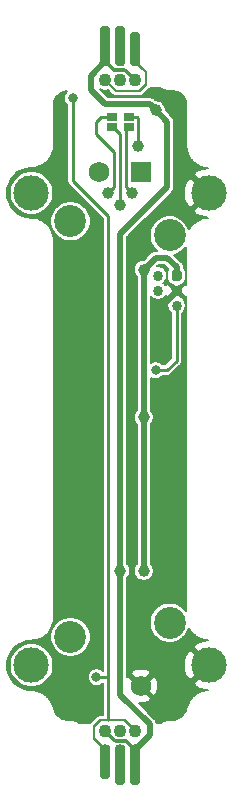
<source format=gbr>
%TF.GenerationSoftware,KiCad,Pcbnew,(5.1.10)-1*%
%TF.CreationDate,2021-07-16T11:56:50-07:00*%
%TF.ProjectId,slider,736c6964-6572-42e6-9b69-6361645f7063,rev?*%
%TF.SameCoordinates,Original*%
%TF.FileFunction,Copper,L1,Top*%
%TF.FilePolarity,Positive*%
%FSLAX46Y46*%
G04 Gerber Fmt 4.6, Leading zero omitted, Abs format (unit mm)*
G04 Created by KiCad (PCBNEW (5.1.10)-1) date 2021-07-16 11:56:50*
%MOMM*%
%LPD*%
G01*
G04 APERTURE LIST*
%TA.AperFunction,ComponentPad*%
%ADD10C,3.000000*%
%TD*%
%TA.AperFunction,SMDPad,CuDef*%
%ADD11O,0.220000X1.287000*%
%TD*%
%TA.AperFunction,SMDPad,CuDef*%
%ADD12O,2.212000X0.220000*%
%TD*%
%TA.AperFunction,SMDPad,CuDef*%
%ADD13O,1.230000X0.290000*%
%TD*%
%TA.AperFunction,ComponentPad*%
%ADD14C,0.600000*%
%TD*%
%TA.AperFunction,ComponentPad*%
%ADD15C,1.100000*%
%TD*%
%TA.AperFunction,ComponentPad*%
%ADD16C,2.700000*%
%TD*%
%TA.AperFunction,ComponentPad*%
%ADD17C,1.750000*%
%TD*%
%TA.AperFunction,ComponentPad*%
%ADD18R,1.750000X1.750000*%
%TD*%
%TA.AperFunction,ComponentPad*%
%ADD19C,0.863600*%
%TD*%
%TA.AperFunction,SMDPad,CuDef*%
%ADD20R,0.850000X0.650000*%
%TD*%
%TA.AperFunction,ViaPad*%
%ADD21C,1.000000*%
%TD*%
%TA.AperFunction,ViaPad*%
%ADD22C,0.800000*%
%TD*%
%TA.AperFunction,Conductor*%
%ADD23C,0.500000*%
%TD*%
%TA.AperFunction,Conductor*%
%ADD24C,0.180000*%
%TD*%
%TA.AperFunction,Conductor*%
%ADD25C,0.250000*%
%TD*%
%TA.AperFunction,Conductor*%
%ADD26C,0.200000*%
%TD*%
%TA.AperFunction,Conductor*%
%ADD27C,0.100000*%
%TD*%
G04 APERTURE END LIST*
D10*
%TO.P,MH4,1*%
%TO.N,JD_PWR*%
X92500000Y-120000000D03*
%TD*%
%TO.P,MH3,1*%
%TO.N,/JD_DATA*%
X92500000Y-80000000D03*
%TD*%
%TO.P,MH2,1*%
%TO.N,GND*%
X107500000Y-80000000D03*
%TD*%
%TO.P,MH1,1*%
%TO.N,GND*%
X107500000Y-120000000D03*
%TD*%
%TO.P,J3,3*%
%TO.N,JD_PWR*%
%TA.AperFunction,SMDPad,CuDef*%
G36*
G01*
X99582650Y-69702650D02*
X99582650Y-69702650D01*
G75*
G02*
X99377590Y-69702650I-102530J102530D01*
G01*
X98627350Y-68952410D01*
G75*
G02*
X98627350Y-68747350I102530J102530D01*
G01*
X98627350Y-68747350D01*
G75*
G02*
X98832410Y-68747350I102530J-102530D01*
G01*
X99582650Y-69497590D01*
G75*
G02*
X99582650Y-69702650I-102530J-102530D01*
G01*
G37*
%TD.AperFunction*%
%TA.AperFunction,SMDPad,CuDef*%
G36*
G01*
X101372501Y-70552501D02*
X101372501Y-70552501D01*
G75*
G02*
X101167441Y-70552501I-102530J102530D01*
G01*
X100317499Y-69702559D01*
G75*
G02*
X100317499Y-69497499I102530J102530D01*
G01*
X100317499Y-69497499D01*
G75*
G02*
X100522559Y-69497499I102530J-102530D01*
G01*
X101372501Y-70347441D01*
G75*
G02*
X101372501Y-70552501I-102530J-102530D01*
G01*
G37*
%TD.AperFunction*%
%TO.P,J3,1*%
%TO.N,/JD_DATA*%
%TA.AperFunction,SMDPad,CuDef*%
G36*
G01*
X99717805Y-71437805D02*
X99717805Y-71437805D01*
G75*
G02*
X99562241Y-71437805I-77782J77782D01*
G01*
X98652195Y-70527759D01*
G75*
G02*
X98652195Y-70372195I77782J77782D01*
G01*
X98652195Y-70372195D01*
G75*
G02*
X98807759Y-70372195I77782J-77782D01*
G01*
X99717805Y-71282241D01*
G75*
G02*
X99717805Y-71437805I-77782J-77782D01*
G01*
G37*
%TD.AperFunction*%
%TA.AperFunction,SMDPad,CuDef*%
G36*
G01*
X102257782Y-69837782D02*
X102257782Y-69837782D01*
G75*
G02*
X102102218Y-69837782I-77782J77782D01*
G01*
X101192218Y-68927782D01*
G75*
G02*
X101192218Y-68772218I77782J77782D01*
G01*
X101192218Y-68772218D01*
G75*
G02*
X101347782Y-68772218I77782J-77782D01*
G01*
X102257782Y-69682218D01*
G75*
G02*
X102257782Y-69837782I-77782J-77782D01*
G01*
G37*
%TD.AperFunction*%
%TA.AperFunction,SMDPad,CuDef*%
G36*
G01*
X102257782Y-70749218D02*
X102257782Y-70749218D01*
G75*
G02*
X102257782Y-70904782I-77782J-77782D01*
G01*
X101724782Y-71437782D01*
G75*
G02*
X101569218Y-71437782I-77782J77782D01*
G01*
X101569218Y-71437782D01*
G75*
G02*
X101569218Y-71282218I77782J77782D01*
G01*
X102102218Y-70749218D01*
G75*
G02*
X102257782Y-70749218I77782J-77782D01*
G01*
G37*
%TD.AperFunction*%
D11*
X102180000Y-70293500D03*
D12*
X100651000Y-71360000D03*
D13*
%TO.P,J3,3*%
%TO.N,JD_PWR*%
X99950000Y-69600000D03*
D14*
%TO.P,J3,2*%
%TO.N,GND*%
X100000000Y-67575000D03*
D15*
%TO.P,J3,1*%
%TO.N,/JD_DATA*%
X98730000Y-70450000D03*
%TO.P,J3,2*%
%TO.N,GND*%
X100000000Y-70450000D03*
%TO.P,J3,3*%
%TO.N,JD_PWR*%
X101270000Y-70450000D03*
%TO.P,J3,1*%
%TO.N,/JD_DATA*%
%TA.AperFunction,SMDPad,CuDef*%
G36*
G01*
X101720000Y-66700100D02*
X101720000Y-68949900D01*
G75*
G02*
X101369900Y-69300000I-350100J0D01*
G01*
X101170100Y-69300000D01*
G75*
G02*
X100820000Y-68949900I0J350100D01*
G01*
X100820000Y-66700100D01*
G75*
G02*
X101170100Y-66350000I350100J0D01*
G01*
X101369900Y-66350000D01*
G75*
G02*
X101720000Y-66700100I0J-350100D01*
G01*
G37*
%TD.AperFunction*%
%TO.P,J3,2*%
%TO.N,GND*%
%TA.AperFunction,SMDPad,CuDef*%
G36*
G01*
X100450000Y-66200100D02*
X100450000Y-68949900D01*
G75*
G02*
X100099900Y-69300000I-350100J0D01*
G01*
X99900100Y-69300000D01*
G75*
G02*
X99550000Y-68949900I0J350100D01*
G01*
X99550000Y-66200100D01*
G75*
G02*
X99900100Y-65850000I350100J0D01*
G01*
X100099900Y-65850000D01*
G75*
G02*
X100450000Y-66200100I0J-350100D01*
G01*
G37*
%TD.AperFunction*%
%TO.P,J3,3*%
%TO.N,JD_PWR*%
%TA.AperFunction,SMDPad,CuDef*%
G36*
G01*
X99180000Y-66200100D02*
X99180000Y-68949900D01*
G75*
G02*
X98829900Y-69300000I-350100J0D01*
G01*
X98630100Y-69300000D01*
G75*
G02*
X98280000Y-68949900I0J350100D01*
G01*
X98280000Y-66200100D01*
G75*
G02*
X98630100Y-65850000I350100J0D01*
G01*
X98829900Y-65850000D01*
G75*
G02*
X99180000Y-66200100I0J-350100D01*
G01*
G37*
%TD.AperFunction*%
%TD*%
%TO.P,J1,3*%
%TO.N,JD_PWR*%
%TA.AperFunction,SMDPad,CuDef*%
G36*
G01*
X100417350Y-126297350D02*
X100417350Y-126297350D01*
G75*
G02*
X100622410Y-126297350I102530J-102530D01*
G01*
X101372650Y-127047590D01*
G75*
G02*
X101372650Y-127252650I-102530J-102530D01*
G01*
X101372650Y-127252650D01*
G75*
G02*
X101167590Y-127252650I-102530J102530D01*
G01*
X100417350Y-126502410D01*
G75*
G02*
X100417350Y-126297350I102530J102530D01*
G01*
G37*
%TD.AperFunction*%
%TA.AperFunction,SMDPad,CuDef*%
G36*
G01*
X98627499Y-125447499D02*
X98627499Y-125447499D01*
G75*
G02*
X98832559Y-125447499I102530J-102530D01*
G01*
X99682501Y-126297441D01*
G75*
G02*
X99682501Y-126502501I-102530J-102530D01*
G01*
X99682501Y-126502501D01*
G75*
G02*
X99477441Y-126502501I-102530J102530D01*
G01*
X98627499Y-125652559D01*
G75*
G02*
X98627499Y-125447499I102530J102530D01*
G01*
G37*
%TD.AperFunction*%
%TO.P,J1,1*%
%TO.N,/JD_DATA*%
%TA.AperFunction,SMDPad,CuDef*%
G36*
G01*
X100282195Y-124562195D02*
X100282195Y-124562195D01*
G75*
G02*
X100437759Y-124562195I77782J-77782D01*
G01*
X101347805Y-125472241D01*
G75*
G02*
X101347805Y-125627805I-77782J-77782D01*
G01*
X101347805Y-125627805D01*
G75*
G02*
X101192241Y-125627805I-77782J77782D01*
G01*
X100282195Y-124717759D01*
G75*
G02*
X100282195Y-124562195I77782J77782D01*
G01*
G37*
%TD.AperFunction*%
%TA.AperFunction,SMDPad,CuDef*%
G36*
G01*
X97742218Y-126162218D02*
X97742218Y-126162218D01*
G75*
G02*
X97897782Y-126162218I77782J-77782D01*
G01*
X98807782Y-127072218D01*
G75*
G02*
X98807782Y-127227782I-77782J-77782D01*
G01*
X98807782Y-127227782D01*
G75*
G02*
X98652218Y-127227782I-77782J77782D01*
G01*
X97742218Y-126317782D01*
G75*
G02*
X97742218Y-126162218I77782J77782D01*
G01*
G37*
%TD.AperFunction*%
%TA.AperFunction,SMDPad,CuDef*%
G36*
G01*
X97742218Y-125250782D02*
X97742218Y-125250782D01*
G75*
G02*
X97742218Y-125095218I77782J77782D01*
G01*
X98275218Y-124562218D01*
G75*
G02*
X98430782Y-124562218I77782J-77782D01*
G01*
X98430782Y-124562218D01*
G75*
G02*
X98430782Y-124717782I-77782J-77782D01*
G01*
X97897782Y-125250782D01*
G75*
G02*
X97742218Y-125250782I-77782J77782D01*
G01*
G37*
%TD.AperFunction*%
D11*
X97820000Y-125706500D03*
D12*
X99349000Y-124640000D03*
D13*
%TO.P,J1,3*%
%TO.N,JD_PWR*%
X100050000Y-126400000D03*
D14*
%TO.P,J1,2*%
%TO.N,GND*%
X100000000Y-128425000D03*
D15*
%TO.P,J1,1*%
%TO.N,/JD_DATA*%
X101270000Y-125550000D03*
%TO.P,J1,2*%
%TO.N,GND*%
X100000000Y-125550000D03*
%TO.P,J1,3*%
%TO.N,JD_PWR*%
X98730000Y-125550000D03*
%TO.P,J1,1*%
%TO.N,/JD_DATA*%
%TA.AperFunction,SMDPad,CuDef*%
G36*
G01*
X98280000Y-129299900D02*
X98280000Y-127050100D01*
G75*
G02*
X98630100Y-126700000I350100J0D01*
G01*
X98829900Y-126700000D01*
G75*
G02*
X99180000Y-127050100I0J-350100D01*
G01*
X99180000Y-129299900D01*
G75*
G02*
X98829900Y-129650000I-350100J0D01*
G01*
X98630100Y-129650000D01*
G75*
G02*
X98280000Y-129299900I0J350100D01*
G01*
G37*
%TD.AperFunction*%
%TO.P,J1,2*%
%TO.N,GND*%
%TA.AperFunction,SMDPad,CuDef*%
G36*
G01*
X99550000Y-129799900D02*
X99550000Y-127050100D01*
G75*
G02*
X99900100Y-126700000I350100J0D01*
G01*
X100099900Y-126700000D01*
G75*
G02*
X100450000Y-127050100I0J-350100D01*
G01*
X100450000Y-129799900D01*
G75*
G02*
X100099900Y-130150000I-350100J0D01*
G01*
X99900100Y-130150000D01*
G75*
G02*
X99550000Y-129799900I0J350100D01*
G01*
G37*
%TD.AperFunction*%
%TO.P,J1,3*%
%TO.N,JD_PWR*%
%TA.AperFunction,SMDPad,CuDef*%
G36*
G01*
X100820000Y-129799900D02*
X100820000Y-127050100D01*
G75*
G02*
X101170100Y-126700000I350100J0D01*
G01*
X101369900Y-126700000D01*
G75*
G02*
X101720000Y-127050100I0J-350100D01*
G01*
X101720000Y-129799900D01*
G75*
G02*
X101369900Y-130150000I-350100J0D01*
G01*
X101170100Y-130150000D01*
G75*
G02*
X100820000Y-129799900I0J350100D01*
G01*
G37*
%TD.AperFunction*%
%TD*%
D16*
%TO.P,RV1,MP*%
%TO.N,N/C*%
X95800000Y-117600000D03*
X95800000Y-82400000D03*
X104200000Y-116400000D03*
X104200000Y-83600000D03*
D17*
%TO.P,RV1,3*%
%TO.N,GND*%
X101750000Y-121750000D03*
%TO.P,RV1,2*%
%TO.N,/POT_OUT*%
X98250000Y-78250000D03*
D18*
%TO.P,RV1,1*%
%TO.N,/POT_VDD*%
X101750000Y-78250000D03*
%TD*%
D19*
%TO.P,J2,5*%
%TO.N,/nRESET*%
X104787400Y-89540000D03*
%TO.P,J2,4*%
%TO.N,/SWCLK*%
X103212600Y-88270000D03*
%TO.P,J2,3*%
%TO.N,GND*%
X104787400Y-88270000D03*
%TO.P,J2,2*%
%TO.N,/SWDIO*%
X103212600Y-87000000D03*
%TO.P,J2,1*%
%TO.N,+3V3*%
%TA.AperFunction,ComponentPad*%
G36*
G01*
X105046480Y-87431800D02*
X104528320Y-87431800D01*
G75*
G02*
X104355600Y-87259080I0J172720D01*
G01*
X104355600Y-86740920D01*
G75*
G02*
X104528320Y-86568200I172720J0D01*
G01*
X105046480Y-86568200D01*
G75*
G02*
X105219200Y-86740920I0J-172720D01*
G01*
X105219200Y-87259080D01*
G75*
G02*
X105046480Y-87431800I-172720J0D01*
G01*
G37*
%TD.AperFunction*%
%TD*%
D20*
%TO.P,D4,4*%
%TO.N,Net-(D4-Pad4)*%
X99275000Y-73575000D03*
%TO.P,D4,3*%
%TO.N,Net-(D4-Pad3)*%
X99275000Y-74425000D03*
%TO.P,D4,2*%
%TO.N,Net-(D4-Pad2)*%
X100725000Y-74425000D03*
%TO.P,D4,1*%
%TO.N,+3V3*%
X100725000Y-73575000D03*
%TD*%
D21*
%TO.N,GND*%
X101000000Y-117000000D03*
X101000000Y-108000000D03*
X101000000Y-93500000D03*
X103000000Y-93500000D03*
X105000000Y-74000000D03*
X96000000Y-108000000D03*
X105000000Y-76000000D03*
%TO.N,JD_PWR*%
X103000000Y-73000000D03*
X100000000Y-112000000D03*
%TO.N,+3V3*%
X102000000Y-112000000D03*
X102000000Y-99000000D03*
X102000000Y-86500000D03*
X101500000Y-76000000D03*
%TO.N,Net-(D4-Pad4)*%
X99000000Y-80000000D03*
%TO.N,Net-(D4-Pad3)*%
X100000000Y-81000000D03*
%TO.N,Net-(D4-Pad2)*%
X101000000Y-80000000D03*
D22*
%TO.N,/nRESET*%
X103000000Y-95000000D03*
%TO.N,/JD_DATA*%
X97999986Y-121000000D03*
X96000010Y-72000000D03*
%TD*%
D23*
%TO.N,GND*%
X101000000Y-84000000D02*
X101000000Y-93500000D01*
X104787400Y-88270000D02*
X103000000Y-90057400D01*
X103000000Y-90057400D02*
X103000000Y-93500000D01*
X105000000Y-80000000D02*
X105000000Y-78000000D01*
X105000000Y-78000000D02*
X105000000Y-74000000D01*
X101750000Y-121750000D02*
X103000000Y-120500000D01*
X103000000Y-119000000D02*
X101000000Y-117000000D01*
X103000000Y-120500000D02*
X103000000Y-119000000D01*
X101000000Y-94207106D02*
X101000000Y-93500000D01*
X101000000Y-117000000D02*
X101000000Y-94207106D01*
X104000000Y-81000000D02*
X101000000Y-84000000D01*
X105000000Y-80000000D02*
X104000000Y-81000000D01*
X105500000Y-78000000D02*
X105000000Y-78000000D01*
X107500000Y-80000000D02*
X105500000Y-78000000D01*
D24*
%TO.N,JD_PWR*%
X101270000Y-128425000D02*
X101270000Y-128270000D01*
D23*
X98698802Y-72500000D02*
X102500001Y-72500001D01*
X102500001Y-72500001D02*
X103000000Y-73000000D01*
X98730000Y-68850000D02*
X97500000Y-70080000D01*
X97500000Y-71301198D02*
X98698802Y-72500000D01*
X97500000Y-70080000D02*
X97500000Y-71301198D01*
X104000000Y-74000000D02*
X103000000Y-73000000D01*
X104000000Y-79500000D02*
X104000000Y-74000000D01*
X100000000Y-83500000D02*
X100250000Y-83250000D01*
X100250000Y-83250000D02*
X104000000Y-79500000D01*
X100000000Y-112000000D02*
X100000000Y-83500000D01*
X100000000Y-122500000D02*
X100000000Y-112000000D01*
X102500000Y-125000000D02*
X100000000Y-122500000D01*
X102500000Y-125920000D02*
X102500000Y-125000000D01*
X101270000Y-127150000D02*
X102500000Y-125920000D01*
X101270000Y-128425000D02*
X101270000Y-127150000D01*
X98730000Y-67575000D02*
X98730000Y-68850000D01*
D24*
X98730000Y-125550000D02*
X99155000Y-125975000D01*
X99580000Y-126400000D02*
X100050000Y-126400000D01*
X99155000Y-125975000D02*
X99580000Y-126400000D01*
X100520000Y-126400000D02*
X100895000Y-126775000D01*
X100050000Y-126400000D02*
X100520000Y-126400000D01*
X99480000Y-69600000D02*
X99950000Y-69600000D01*
X99105000Y-69225000D02*
X99480000Y-69600000D01*
D25*
%TO.N,+3V3*%
X100725000Y-73725000D02*
X100774999Y-73774999D01*
X100725000Y-73575000D02*
X100725000Y-73725000D01*
D23*
X102000000Y-103000000D02*
X102000000Y-99000000D01*
X102000000Y-112000000D02*
X102000000Y-103000000D01*
X102000000Y-99000000D02*
X102000000Y-86500000D01*
X103000000Y-85500000D02*
X102000000Y-86500000D01*
X104787400Y-86287400D02*
X104000000Y-85500000D01*
X104000000Y-85500000D02*
X103000000Y-85500000D01*
X104787400Y-87000000D02*
X104787400Y-86287400D01*
D25*
X101400000Y-73575000D02*
X101500000Y-73675000D01*
X100725000Y-73575000D02*
X101400000Y-73575000D01*
X101500000Y-73675000D02*
X101500000Y-76000000D01*
%TO.N,Net-(D4-Pad4)*%
X99500000Y-76500000D02*
X99499999Y-79500001D01*
X98000000Y-75000000D02*
X99500000Y-76500000D01*
X98000000Y-74000000D02*
X98000000Y-75000000D01*
X99499999Y-79500001D02*
X99000000Y-80000000D01*
X98425000Y-73575000D02*
X98000000Y-74000000D01*
X99275000Y-73575000D02*
X98425000Y-73575000D01*
%TO.N,Net-(D4-Pad3)*%
X100000000Y-75050000D02*
X100000000Y-81000000D01*
X99375000Y-74425000D02*
X100000000Y-75050000D01*
X99275000Y-74425000D02*
X99375000Y-74425000D01*
%TO.N,Net-(D4-Pad2)*%
X100725000Y-74425000D02*
X100500000Y-74650000D01*
X100500000Y-74650000D02*
X100500001Y-79500001D01*
X100500001Y-79500001D02*
X101000000Y-80000000D01*
%TO.N,/nRESET*%
X103000000Y-95000000D02*
X104000000Y-95000000D01*
X104787400Y-94212600D02*
X104787400Y-89540000D01*
X104000000Y-95000000D02*
X104787400Y-94212600D01*
%TO.N,/JD_DATA*%
X98000000Y-121000000D02*
X99000000Y-121000000D01*
X99000000Y-121000000D02*
X99000000Y-124640000D01*
X98000000Y-121000000D02*
X97999986Y-121000000D01*
D24*
X98730000Y-127150000D02*
X98275000Y-126695000D01*
X98730000Y-128175000D02*
X98730000Y-127150000D01*
X97820000Y-126240000D02*
X97820000Y-125706500D01*
X98275000Y-126695000D02*
X97820000Y-126240000D01*
X97820000Y-125173000D02*
X98086500Y-124906500D01*
X97820000Y-125706500D02*
X97820000Y-125173000D01*
X98353000Y-124640000D02*
X99349000Y-124640000D01*
X98086500Y-124906500D02*
X98353000Y-124640000D01*
X100360000Y-124640000D02*
X100815000Y-125095000D01*
X99349000Y-124640000D02*
X100360000Y-124640000D01*
X101270000Y-68850000D02*
X101725000Y-69305000D01*
X101270000Y-67825000D02*
X101270000Y-68850000D01*
X102180000Y-69760000D02*
X102180000Y-70293500D01*
X101725000Y-69305000D02*
X102180000Y-69760000D01*
X102180000Y-70827000D02*
X101913500Y-71093500D01*
X102180000Y-70293500D02*
X102180000Y-70827000D01*
X101647000Y-71360000D02*
X100651000Y-71360000D01*
X101913500Y-71093500D02*
X101647000Y-71360000D01*
X99640000Y-71360000D02*
X99185000Y-70905000D01*
X100651000Y-71360000D02*
X99640000Y-71360000D01*
D25*
X99000000Y-120000000D02*
X99000000Y-82000000D01*
X96000000Y-72000010D02*
X96000010Y-72000000D01*
X99000000Y-120000000D02*
X99000000Y-121000000D01*
X99000000Y-82000000D02*
X96000000Y-79000000D01*
X96000000Y-79000000D02*
X96000000Y-72000010D01*
%TD*%
D26*
%TO.N,GND*%
X103457476Y-71150648D02*
X103488434Y-71171217D01*
X103519090Y-71192207D01*
X103524120Y-71194927D01*
X103524124Y-71194930D01*
X103524128Y-71194932D01*
X103696447Y-71286555D01*
X103730850Y-71300735D01*
X103764959Y-71315354D01*
X103770417Y-71317044D01*
X103770427Y-71317048D01*
X103770437Y-71317050D01*
X103957263Y-71373456D01*
X103993708Y-71380673D01*
X104030064Y-71388400D01*
X104035746Y-71388997D01*
X104035757Y-71388999D01*
X104035767Y-71388999D01*
X104229990Y-71408043D01*
X104310008Y-71408044D01*
X104350631Y-71400000D01*
X104480437Y-71400000D01*
X104713284Y-71422831D01*
X104918447Y-71484773D01*
X105107668Y-71585384D01*
X105273749Y-71720837D01*
X105410350Y-71885959D01*
X105512282Y-72074478D01*
X105575653Y-72279196D01*
X105600001Y-72510854D01*
X105600000Y-76019646D01*
X105601748Y-76037395D01*
X105601683Y-76046724D01*
X105602228Y-76052283D01*
X105632828Y-76343428D01*
X105640113Y-76378917D01*
X105646911Y-76414553D01*
X105648526Y-76419900D01*
X105735094Y-76699556D01*
X105749141Y-76732973D01*
X105762724Y-76766592D01*
X105765346Y-76771523D01*
X105904585Y-77029039D01*
X105924858Y-77059095D01*
X105944709Y-77089430D01*
X105948235Y-77093753D01*
X105948239Y-77093759D01*
X105948244Y-77093764D01*
X106134844Y-77319325D01*
X106160551Y-77344854D01*
X106185934Y-77370774D01*
X106190237Y-77374334D01*
X106417101Y-77559360D01*
X106447309Y-77579430D01*
X106477211Y-77599904D01*
X106482124Y-77602561D01*
X106740605Y-77739998D01*
X106774157Y-77753827D01*
X106807446Y-77768095D01*
X106812781Y-77769747D01*
X107093035Y-77854361D01*
X107128627Y-77861408D01*
X107164061Y-77868940D01*
X107169615Y-77869524D01*
X107413460Y-77893433D01*
X107022580Y-77944555D01*
X106630756Y-78077190D01*
X106384169Y-78208995D01*
X106224087Y-78511955D01*
X107500000Y-79787868D01*
X107514143Y-79773726D01*
X107726275Y-79985858D01*
X107712132Y-80000000D01*
X107726275Y-80014143D01*
X107514143Y-80226275D01*
X107500000Y-80212132D01*
X106224087Y-81488045D01*
X106384169Y-81791005D01*
X106755017Y-81974280D01*
X107154494Y-82081683D01*
X107455983Y-82101702D01*
X107453276Y-82101683D01*
X107447718Y-82102228D01*
X107156572Y-82132828D01*
X107121090Y-82140112D01*
X107085446Y-82146911D01*
X107080100Y-82148526D01*
X106800444Y-82235094D01*
X106767027Y-82249141D01*
X106733408Y-82262724D01*
X106728477Y-82265346D01*
X106470961Y-82404585D01*
X106440931Y-82424840D01*
X106410570Y-82444708D01*
X106406242Y-82448238D01*
X106180675Y-82634844D01*
X106155127Y-82660570D01*
X106129227Y-82685934D01*
X106125666Y-82690237D01*
X105940640Y-82917101D01*
X105920560Y-82947324D01*
X105900096Y-82977211D01*
X105897439Y-82982124D01*
X105833750Y-83101906D01*
X105706521Y-82794748D01*
X105520477Y-82516313D01*
X105283687Y-82279523D01*
X105005252Y-82093479D01*
X104695872Y-81965330D01*
X104367435Y-81900000D01*
X104032565Y-81900000D01*
X103704128Y-81965330D01*
X103394748Y-82093479D01*
X103116313Y-82279523D01*
X102879523Y-82516313D01*
X102693479Y-82794748D01*
X102565330Y-83104128D01*
X102500000Y-83432565D01*
X102500000Y-83767435D01*
X102565330Y-84095872D01*
X102693479Y-84405252D01*
X102879523Y-84683687D01*
X103095836Y-84900000D01*
X103029476Y-84900000D01*
X103000000Y-84897097D01*
X102882379Y-84908681D01*
X102769279Y-84942990D01*
X102665045Y-84998704D01*
X102573683Y-85073683D01*
X102554891Y-85096581D01*
X102001473Y-85650000D01*
X101916282Y-85650000D01*
X101752064Y-85682665D01*
X101597374Y-85746740D01*
X101458156Y-85839762D01*
X101339762Y-85958156D01*
X101246740Y-86097374D01*
X101182665Y-86252064D01*
X101150000Y-86416282D01*
X101150000Y-86583718D01*
X101182665Y-86747936D01*
X101246740Y-86902626D01*
X101339762Y-87041844D01*
X101400001Y-87102083D01*
X101400000Y-98397918D01*
X101339762Y-98458156D01*
X101246740Y-98597374D01*
X101182665Y-98752064D01*
X101150000Y-98916282D01*
X101150000Y-99083718D01*
X101182665Y-99247936D01*
X101246740Y-99402626D01*
X101339762Y-99541844D01*
X101400001Y-99602083D01*
X101400000Y-103029473D01*
X101400001Y-103029483D01*
X101400000Y-111397918D01*
X101339762Y-111458156D01*
X101246740Y-111597374D01*
X101182665Y-111752064D01*
X101150000Y-111916282D01*
X101150000Y-112083718D01*
X101182665Y-112247936D01*
X101246740Y-112402626D01*
X101339762Y-112541844D01*
X101458156Y-112660238D01*
X101597374Y-112753260D01*
X101752064Y-112817335D01*
X101916282Y-112850000D01*
X102083718Y-112850000D01*
X102247936Y-112817335D01*
X102402626Y-112753260D01*
X102541844Y-112660238D01*
X102660238Y-112541844D01*
X102753260Y-112402626D01*
X102817335Y-112247936D01*
X102850000Y-112083718D01*
X102850000Y-111916282D01*
X102817335Y-111752064D01*
X102753260Y-111597374D01*
X102660238Y-111458156D01*
X102600000Y-111397918D01*
X102600000Y-99602082D01*
X102660238Y-99541844D01*
X102753260Y-99402626D01*
X102817335Y-99247936D01*
X102850000Y-99083718D01*
X102850000Y-98916282D01*
X102817335Y-98752064D01*
X102753260Y-98597374D01*
X102660238Y-98458156D01*
X102600000Y-98397918D01*
X102600000Y-95634745D01*
X102644742Y-95664641D01*
X102781233Y-95721178D01*
X102926131Y-95750000D01*
X103073869Y-95750000D01*
X103218767Y-95721178D01*
X103355258Y-95664641D01*
X103478097Y-95582563D01*
X103582563Y-95478097D01*
X103584632Y-95475000D01*
X103976668Y-95475000D01*
X104000000Y-95477298D01*
X104023332Y-95475000D01*
X104093116Y-95468127D01*
X104182654Y-95440966D01*
X104265173Y-95396859D01*
X104337501Y-95337501D01*
X104352384Y-95319366D01*
X105106777Y-94564975D01*
X105124901Y-94550101D01*
X105184259Y-94477773D01*
X105228366Y-94395254D01*
X105255527Y-94305716D01*
X105262400Y-94235932D01*
X105262400Y-94235931D01*
X105264698Y-94212600D01*
X105262400Y-94189268D01*
X105262400Y-90162878D01*
X105285769Y-90147264D01*
X105394664Y-90038369D01*
X105480222Y-89910321D01*
X105539156Y-89768043D01*
X105569200Y-89617001D01*
X105569200Y-89462999D01*
X105539156Y-89311957D01*
X105480222Y-89169679D01*
X105394664Y-89041631D01*
X105285769Y-88932736D01*
X105157721Y-88847178D01*
X105148716Y-88843448D01*
X104787400Y-88482132D01*
X104426084Y-88843448D01*
X104417079Y-88847178D01*
X104289031Y-88932736D01*
X104180136Y-89041631D01*
X104094578Y-89169679D01*
X104035644Y-89311957D01*
X104005600Y-89462999D01*
X104005600Y-89617001D01*
X104035644Y-89768043D01*
X104094578Y-89910321D01*
X104180136Y-90038369D01*
X104289031Y-90147264D01*
X104312401Y-90162879D01*
X104312400Y-94015848D01*
X103803250Y-94525000D01*
X103584632Y-94525000D01*
X103582563Y-94521903D01*
X103478097Y-94417437D01*
X103355258Y-94335359D01*
X103218767Y-94278822D01*
X103073869Y-94250000D01*
X102926131Y-94250000D01*
X102781233Y-94278822D01*
X102644742Y-94335359D01*
X102600000Y-94365255D01*
X102600000Y-88760383D01*
X102605336Y-88768369D01*
X102714231Y-88877264D01*
X102842279Y-88962822D01*
X102984557Y-89021756D01*
X103135599Y-89051800D01*
X103289601Y-89051800D01*
X103440643Y-89021756D01*
X103582921Y-88962822D01*
X103710969Y-88877264D01*
X103819864Y-88768369D01*
X103854642Y-88716319D01*
X103869275Y-88751646D01*
X104063313Y-88781955D01*
X104575268Y-88270000D01*
X104063313Y-87758045D01*
X103869275Y-87788354D01*
X103854841Y-87823978D01*
X103819864Y-87771631D01*
X103710969Y-87662736D01*
X103669459Y-87635000D01*
X103710969Y-87607264D01*
X103819864Y-87498369D01*
X103905422Y-87370321D01*
X103964356Y-87228043D01*
X103994400Y-87077001D01*
X103994400Y-86922999D01*
X103964356Y-86771957D01*
X103905422Y-86629679D01*
X103819864Y-86501631D01*
X103710969Y-86392736D01*
X103582921Y-86307178D01*
X103440643Y-86248244D01*
X103289601Y-86218200D01*
X103135599Y-86218200D01*
X103129019Y-86219509D01*
X103248528Y-86100000D01*
X103751473Y-86100000D01*
X104096234Y-86444762D01*
X104092287Y-86449572D01*
X104043826Y-86540236D01*
X104013983Y-86638612D01*
X104003907Y-86740920D01*
X104003907Y-87259080D01*
X104013983Y-87361388D01*
X104043826Y-87459764D01*
X104092287Y-87550428D01*
X104157504Y-87629896D01*
X104236972Y-87695113D01*
X104327636Y-87743574D01*
X104426012Y-87773417D01*
X104511354Y-87781822D01*
X104787400Y-88057868D01*
X105063446Y-87781822D01*
X105148788Y-87773417D01*
X105247164Y-87743574D01*
X105337828Y-87695113D01*
X105417296Y-87629896D01*
X105482513Y-87550428D01*
X105530974Y-87459764D01*
X105560817Y-87361388D01*
X105570893Y-87259080D01*
X105570893Y-86740920D01*
X105560817Y-86638612D01*
X105530974Y-86540236D01*
X105482513Y-86449572D01*
X105417296Y-86370104D01*
X105387400Y-86345569D01*
X105387400Y-86316874D01*
X105390303Y-86287400D01*
X105378718Y-86169779D01*
X105344410Y-86056679D01*
X105314807Y-86001296D01*
X105288696Y-85952445D01*
X105213717Y-85861083D01*
X105190819Y-85842291D01*
X104601891Y-85253364D01*
X104695872Y-85234670D01*
X105005252Y-85106521D01*
X105283687Y-84920477D01*
X105520477Y-84683687D01*
X105600001Y-84564671D01*
X105600001Y-87771871D01*
X105511487Y-87758045D01*
X104999532Y-88270000D01*
X105511487Y-88781955D01*
X105600001Y-88768129D01*
X105600000Y-115435328D01*
X105520477Y-115316313D01*
X105283687Y-115079523D01*
X105005252Y-114893479D01*
X104695872Y-114765330D01*
X104367435Y-114700000D01*
X104032565Y-114700000D01*
X103704128Y-114765330D01*
X103394748Y-114893479D01*
X103116313Y-115079523D01*
X102879523Y-115316313D01*
X102693479Y-115594748D01*
X102565330Y-115904128D01*
X102500000Y-116232565D01*
X102500000Y-116567435D01*
X102565330Y-116895872D01*
X102693479Y-117205252D01*
X102879523Y-117483687D01*
X103116313Y-117720477D01*
X103394748Y-117906521D01*
X103704128Y-118034670D01*
X104032565Y-118100000D01*
X104367435Y-118100000D01*
X104695872Y-118034670D01*
X105005252Y-117906521D01*
X105283687Y-117720477D01*
X105520477Y-117483687D01*
X105706521Y-117205252D01*
X105833764Y-116898059D01*
X105904585Y-117029039D01*
X105924858Y-117059095D01*
X105944709Y-117089430D01*
X105948235Y-117093753D01*
X105948239Y-117093759D01*
X105948244Y-117093764D01*
X106134844Y-117319325D01*
X106160551Y-117344854D01*
X106185934Y-117370774D01*
X106190237Y-117374334D01*
X106417101Y-117559360D01*
X106447309Y-117579430D01*
X106477211Y-117599904D01*
X106482124Y-117602561D01*
X106740605Y-117739998D01*
X106774157Y-117753827D01*
X106807446Y-117768095D01*
X106812781Y-117769747D01*
X107093035Y-117854361D01*
X107128627Y-117861408D01*
X107164061Y-117868940D01*
X107169615Y-117869524D01*
X107413460Y-117893433D01*
X107022580Y-117944555D01*
X106630756Y-118077190D01*
X106384169Y-118208995D01*
X106224087Y-118511955D01*
X107500000Y-119787868D01*
X107514143Y-119773726D01*
X107726275Y-119985858D01*
X107712132Y-120000000D01*
X107726275Y-120014143D01*
X107514143Y-120226275D01*
X107500000Y-120212132D01*
X106224087Y-121488045D01*
X106384169Y-121791005D01*
X106755017Y-121974280D01*
X107154494Y-122081683D01*
X107451656Y-122101415D01*
X107384364Y-122103706D01*
X107361007Y-122106802D01*
X107337474Y-122108076D01*
X107331959Y-122108960D01*
X107043225Y-122157277D01*
X107008251Y-122166713D01*
X106973092Y-122175675D01*
X106967857Y-122177612D01*
X106967853Y-122177613D01*
X106967850Y-122177615D01*
X106694003Y-122281092D01*
X106661480Y-122297166D01*
X106628780Y-122312763D01*
X106624017Y-122315681D01*
X106375482Y-122470382D01*
X106346739Y-122492437D01*
X106317653Y-122514118D01*
X106313548Y-122517905D01*
X106099794Y-122717933D01*
X106075864Y-122745172D01*
X106051561Y-122772069D01*
X106048276Y-122776575D01*
X106048270Y-122776582D01*
X106048266Y-122776589D01*
X105877440Y-123014317D01*
X105859275Y-123045654D01*
X105840640Y-123076790D01*
X105838289Y-123081856D01*
X105716888Y-123348247D01*
X105708866Y-123365810D01*
X105547067Y-123837721D01*
X105450007Y-124050700D01*
X105324951Y-124224733D01*
X105168469Y-124371167D01*
X104986529Y-124484415D01*
X104786052Y-124560169D01*
X104562035Y-124597656D01*
X104493200Y-124600000D01*
X104358114Y-124600000D01*
X104353865Y-124598668D01*
X104318126Y-124594784D01*
X104305874Y-124592269D01*
X104294237Y-124592188D01*
X104274315Y-124590023D01*
X104268590Y-124590002D01*
X104261609Y-124590026D01*
X104243773Y-124591837D01*
X104225858Y-124591712D01*
X104220161Y-124592270D01*
X104026064Y-124612671D01*
X103989673Y-124620141D01*
X103953162Y-124627106D01*
X103947684Y-124628760D01*
X103947678Y-124628762D01*
X103761244Y-124686473D01*
X103726951Y-124700888D01*
X103692533Y-124714794D01*
X103687492Y-124717474D01*
X103687478Y-124717480D01*
X103687466Y-124717488D01*
X103515802Y-124810306D01*
X103485017Y-124831071D01*
X103453898Y-124851434D01*
X103449462Y-124855052D01*
X103395130Y-124900000D01*
X103093054Y-124900000D01*
X103091318Y-124882379D01*
X103084344Y-124859388D01*
X103057010Y-124769279D01*
X103001296Y-124665045D01*
X102926317Y-124573683D01*
X102903419Y-124554891D01*
X101567918Y-123219390D01*
X101841995Y-123229279D01*
X102128821Y-123182908D01*
X102401088Y-123081471D01*
X102495353Y-123031085D01*
X102579906Y-122792039D01*
X101750000Y-121962132D01*
X101735858Y-121976275D01*
X101523725Y-121764142D01*
X101537868Y-121750000D01*
X101962132Y-121750000D01*
X102792039Y-122579906D01*
X103031085Y-122495353D01*
X103151881Y-122231103D01*
X103218803Y-121948365D01*
X103229279Y-121658005D01*
X103182908Y-121371179D01*
X103081471Y-121098912D01*
X103031085Y-121004647D01*
X102792039Y-120920094D01*
X101962132Y-121750000D01*
X101537868Y-121750000D01*
X100707961Y-120920094D01*
X100600000Y-120958281D01*
X100600000Y-120707961D01*
X100920094Y-120707961D01*
X101750000Y-121537868D01*
X102579906Y-120707961D01*
X102495353Y-120468915D01*
X102231103Y-120348119D01*
X101948365Y-120281197D01*
X101658005Y-120270721D01*
X101371179Y-120317092D01*
X101098912Y-120418529D01*
X101004647Y-120468915D01*
X100920094Y-120707961D01*
X100600000Y-120707961D01*
X100600000Y-120067249D01*
X105390910Y-120067249D01*
X105444555Y-120477420D01*
X105577190Y-120869244D01*
X105708995Y-121115831D01*
X106011955Y-121275913D01*
X107287868Y-120000000D01*
X106011955Y-118724087D01*
X105708995Y-118884169D01*
X105525720Y-119255017D01*
X105418317Y-119654494D01*
X105390910Y-120067249D01*
X100600000Y-120067249D01*
X100600000Y-112602082D01*
X100660238Y-112541844D01*
X100753260Y-112402626D01*
X100817335Y-112247936D01*
X100850000Y-112083718D01*
X100850000Y-111916282D01*
X100817335Y-111752064D01*
X100753260Y-111597374D01*
X100660238Y-111458156D01*
X100600000Y-111397918D01*
X100600000Y-83748528D01*
X100695105Y-83653423D01*
X100695110Y-83653417D01*
X104281278Y-80067249D01*
X105390910Y-80067249D01*
X105444555Y-80477420D01*
X105577190Y-80869244D01*
X105708995Y-81115831D01*
X106011955Y-81275913D01*
X107287868Y-80000000D01*
X106011955Y-78724087D01*
X105708995Y-78884169D01*
X105525720Y-79255017D01*
X105418317Y-79654494D01*
X105390910Y-80067249D01*
X104281278Y-80067249D01*
X104403420Y-79945108D01*
X104426317Y-79926317D01*
X104501296Y-79834955D01*
X104554816Y-79734826D01*
X104557010Y-79730722D01*
X104591318Y-79617621D01*
X104602903Y-79500000D01*
X104600000Y-79470526D01*
X104600000Y-74029476D01*
X104602903Y-74000000D01*
X104591319Y-73882379D01*
X104557010Y-73769279D01*
X104548448Y-73753260D01*
X104501296Y-73665045D01*
X104426317Y-73573683D01*
X104403419Y-73554891D01*
X103850000Y-73001473D01*
X103850000Y-72916282D01*
X103817335Y-72752064D01*
X103753260Y-72597374D01*
X103660238Y-72458156D01*
X103541844Y-72339762D01*
X103402626Y-72246740D01*
X103247936Y-72182665D01*
X103083718Y-72150000D01*
X102998527Y-72150000D01*
X102945109Y-72096582D01*
X102926318Y-72073685D01*
X102834956Y-71998706D01*
X102730722Y-71942992D01*
X102730715Y-71942990D01*
X102617621Y-71908683D01*
X102500001Y-71897098D01*
X102470518Y-71900002D01*
X98947330Y-71900000D01*
X98277198Y-71229869D01*
X98303690Y-71247570D01*
X98467480Y-71315414D01*
X98641358Y-71350000D01*
X98818642Y-71350000D01*
X98952781Y-71323318D01*
X99330727Y-71701265D01*
X99383224Y-71744348D01*
X99463137Y-71787062D01*
X99549846Y-71813365D01*
X99640022Y-71822247D01*
X99662835Y-71820000D01*
X101624418Y-71820000D01*
X101647000Y-71822224D01*
X101669582Y-71820000D01*
X101669590Y-71820000D01*
X101737176Y-71813343D01*
X101823886Y-71787040D01*
X101903798Y-71744326D01*
X101973842Y-71686842D01*
X101988245Y-71669292D01*
X102489297Y-71168241D01*
X102506842Y-71153842D01*
X102522434Y-71134844D01*
X102551029Y-71100000D01*
X103395376Y-71100000D01*
X103457476Y-71150648D01*
%TA.AperFunction,Conductor*%
D27*
G36*
X103457476Y-71150648D02*
G01*
X103488434Y-71171217D01*
X103519090Y-71192207D01*
X103524120Y-71194927D01*
X103524124Y-71194930D01*
X103524128Y-71194932D01*
X103696447Y-71286555D01*
X103730850Y-71300735D01*
X103764959Y-71315354D01*
X103770417Y-71317044D01*
X103770427Y-71317048D01*
X103770437Y-71317050D01*
X103957263Y-71373456D01*
X103993708Y-71380673D01*
X104030064Y-71388400D01*
X104035746Y-71388997D01*
X104035757Y-71388999D01*
X104035767Y-71388999D01*
X104229990Y-71408043D01*
X104310008Y-71408044D01*
X104350631Y-71400000D01*
X104480437Y-71400000D01*
X104713284Y-71422831D01*
X104918447Y-71484773D01*
X105107668Y-71585384D01*
X105273749Y-71720837D01*
X105410350Y-71885959D01*
X105512282Y-72074478D01*
X105575653Y-72279196D01*
X105600001Y-72510854D01*
X105600000Y-76019646D01*
X105601748Y-76037395D01*
X105601683Y-76046724D01*
X105602228Y-76052283D01*
X105632828Y-76343428D01*
X105640113Y-76378917D01*
X105646911Y-76414553D01*
X105648526Y-76419900D01*
X105735094Y-76699556D01*
X105749141Y-76732973D01*
X105762724Y-76766592D01*
X105765346Y-76771523D01*
X105904585Y-77029039D01*
X105924858Y-77059095D01*
X105944709Y-77089430D01*
X105948235Y-77093753D01*
X105948239Y-77093759D01*
X105948244Y-77093764D01*
X106134844Y-77319325D01*
X106160551Y-77344854D01*
X106185934Y-77370774D01*
X106190237Y-77374334D01*
X106417101Y-77559360D01*
X106447309Y-77579430D01*
X106477211Y-77599904D01*
X106482124Y-77602561D01*
X106740605Y-77739998D01*
X106774157Y-77753827D01*
X106807446Y-77768095D01*
X106812781Y-77769747D01*
X107093035Y-77854361D01*
X107128627Y-77861408D01*
X107164061Y-77868940D01*
X107169615Y-77869524D01*
X107413460Y-77893433D01*
X107022580Y-77944555D01*
X106630756Y-78077190D01*
X106384169Y-78208995D01*
X106224087Y-78511955D01*
X107500000Y-79787868D01*
X107514143Y-79773726D01*
X107726275Y-79985858D01*
X107712132Y-80000000D01*
X107726275Y-80014143D01*
X107514143Y-80226275D01*
X107500000Y-80212132D01*
X106224087Y-81488045D01*
X106384169Y-81791005D01*
X106755017Y-81974280D01*
X107154494Y-82081683D01*
X107455983Y-82101702D01*
X107453276Y-82101683D01*
X107447718Y-82102228D01*
X107156572Y-82132828D01*
X107121090Y-82140112D01*
X107085446Y-82146911D01*
X107080100Y-82148526D01*
X106800444Y-82235094D01*
X106767027Y-82249141D01*
X106733408Y-82262724D01*
X106728477Y-82265346D01*
X106470961Y-82404585D01*
X106440931Y-82424840D01*
X106410570Y-82444708D01*
X106406242Y-82448238D01*
X106180675Y-82634844D01*
X106155127Y-82660570D01*
X106129227Y-82685934D01*
X106125666Y-82690237D01*
X105940640Y-82917101D01*
X105920560Y-82947324D01*
X105900096Y-82977211D01*
X105897439Y-82982124D01*
X105833750Y-83101906D01*
X105706521Y-82794748D01*
X105520477Y-82516313D01*
X105283687Y-82279523D01*
X105005252Y-82093479D01*
X104695872Y-81965330D01*
X104367435Y-81900000D01*
X104032565Y-81900000D01*
X103704128Y-81965330D01*
X103394748Y-82093479D01*
X103116313Y-82279523D01*
X102879523Y-82516313D01*
X102693479Y-82794748D01*
X102565330Y-83104128D01*
X102500000Y-83432565D01*
X102500000Y-83767435D01*
X102565330Y-84095872D01*
X102693479Y-84405252D01*
X102879523Y-84683687D01*
X103095836Y-84900000D01*
X103029476Y-84900000D01*
X103000000Y-84897097D01*
X102882379Y-84908681D01*
X102769279Y-84942990D01*
X102665045Y-84998704D01*
X102573683Y-85073683D01*
X102554891Y-85096581D01*
X102001473Y-85650000D01*
X101916282Y-85650000D01*
X101752064Y-85682665D01*
X101597374Y-85746740D01*
X101458156Y-85839762D01*
X101339762Y-85958156D01*
X101246740Y-86097374D01*
X101182665Y-86252064D01*
X101150000Y-86416282D01*
X101150000Y-86583718D01*
X101182665Y-86747936D01*
X101246740Y-86902626D01*
X101339762Y-87041844D01*
X101400001Y-87102083D01*
X101400000Y-98397918D01*
X101339762Y-98458156D01*
X101246740Y-98597374D01*
X101182665Y-98752064D01*
X101150000Y-98916282D01*
X101150000Y-99083718D01*
X101182665Y-99247936D01*
X101246740Y-99402626D01*
X101339762Y-99541844D01*
X101400001Y-99602083D01*
X101400000Y-103029473D01*
X101400001Y-103029483D01*
X101400000Y-111397918D01*
X101339762Y-111458156D01*
X101246740Y-111597374D01*
X101182665Y-111752064D01*
X101150000Y-111916282D01*
X101150000Y-112083718D01*
X101182665Y-112247936D01*
X101246740Y-112402626D01*
X101339762Y-112541844D01*
X101458156Y-112660238D01*
X101597374Y-112753260D01*
X101752064Y-112817335D01*
X101916282Y-112850000D01*
X102083718Y-112850000D01*
X102247936Y-112817335D01*
X102402626Y-112753260D01*
X102541844Y-112660238D01*
X102660238Y-112541844D01*
X102753260Y-112402626D01*
X102817335Y-112247936D01*
X102850000Y-112083718D01*
X102850000Y-111916282D01*
X102817335Y-111752064D01*
X102753260Y-111597374D01*
X102660238Y-111458156D01*
X102600000Y-111397918D01*
X102600000Y-99602082D01*
X102660238Y-99541844D01*
X102753260Y-99402626D01*
X102817335Y-99247936D01*
X102850000Y-99083718D01*
X102850000Y-98916282D01*
X102817335Y-98752064D01*
X102753260Y-98597374D01*
X102660238Y-98458156D01*
X102600000Y-98397918D01*
X102600000Y-95634745D01*
X102644742Y-95664641D01*
X102781233Y-95721178D01*
X102926131Y-95750000D01*
X103073869Y-95750000D01*
X103218767Y-95721178D01*
X103355258Y-95664641D01*
X103478097Y-95582563D01*
X103582563Y-95478097D01*
X103584632Y-95475000D01*
X103976668Y-95475000D01*
X104000000Y-95477298D01*
X104023332Y-95475000D01*
X104093116Y-95468127D01*
X104182654Y-95440966D01*
X104265173Y-95396859D01*
X104337501Y-95337501D01*
X104352384Y-95319366D01*
X105106777Y-94564975D01*
X105124901Y-94550101D01*
X105184259Y-94477773D01*
X105228366Y-94395254D01*
X105255527Y-94305716D01*
X105262400Y-94235932D01*
X105262400Y-94235931D01*
X105264698Y-94212600D01*
X105262400Y-94189268D01*
X105262400Y-90162878D01*
X105285769Y-90147264D01*
X105394664Y-90038369D01*
X105480222Y-89910321D01*
X105539156Y-89768043D01*
X105569200Y-89617001D01*
X105569200Y-89462999D01*
X105539156Y-89311957D01*
X105480222Y-89169679D01*
X105394664Y-89041631D01*
X105285769Y-88932736D01*
X105157721Y-88847178D01*
X105148716Y-88843448D01*
X104787400Y-88482132D01*
X104426084Y-88843448D01*
X104417079Y-88847178D01*
X104289031Y-88932736D01*
X104180136Y-89041631D01*
X104094578Y-89169679D01*
X104035644Y-89311957D01*
X104005600Y-89462999D01*
X104005600Y-89617001D01*
X104035644Y-89768043D01*
X104094578Y-89910321D01*
X104180136Y-90038369D01*
X104289031Y-90147264D01*
X104312401Y-90162879D01*
X104312400Y-94015848D01*
X103803250Y-94525000D01*
X103584632Y-94525000D01*
X103582563Y-94521903D01*
X103478097Y-94417437D01*
X103355258Y-94335359D01*
X103218767Y-94278822D01*
X103073869Y-94250000D01*
X102926131Y-94250000D01*
X102781233Y-94278822D01*
X102644742Y-94335359D01*
X102600000Y-94365255D01*
X102600000Y-88760383D01*
X102605336Y-88768369D01*
X102714231Y-88877264D01*
X102842279Y-88962822D01*
X102984557Y-89021756D01*
X103135599Y-89051800D01*
X103289601Y-89051800D01*
X103440643Y-89021756D01*
X103582921Y-88962822D01*
X103710969Y-88877264D01*
X103819864Y-88768369D01*
X103854642Y-88716319D01*
X103869275Y-88751646D01*
X104063313Y-88781955D01*
X104575268Y-88270000D01*
X104063313Y-87758045D01*
X103869275Y-87788354D01*
X103854841Y-87823978D01*
X103819864Y-87771631D01*
X103710969Y-87662736D01*
X103669459Y-87635000D01*
X103710969Y-87607264D01*
X103819864Y-87498369D01*
X103905422Y-87370321D01*
X103964356Y-87228043D01*
X103994400Y-87077001D01*
X103994400Y-86922999D01*
X103964356Y-86771957D01*
X103905422Y-86629679D01*
X103819864Y-86501631D01*
X103710969Y-86392736D01*
X103582921Y-86307178D01*
X103440643Y-86248244D01*
X103289601Y-86218200D01*
X103135599Y-86218200D01*
X103129019Y-86219509D01*
X103248528Y-86100000D01*
X103751473Y-86100000D01*
X104096234Y-86444762D01*
X104092287Y-86449572D01*
X104043826Y-86540236D01*
X104013983Y-86638612D01*
X104003907Y-86740920D01*
X104003907Y-87259080D01*
X104013983Y-87361388D01*
X104043826Y-87459764D01*
X104092287Y-87550428D01*
X104157504Y-87629896D01*
X104236972Y-87695113D01*
X104327636Y-87743574D01*
X104426012Y-87773417D01*
X104511354Y-87781822D01*
X104787400Y-88057868D01*
X105063446Y-87781822D01*
X105148788Y-87773417D01*
X105247164Y-87743574D01*
X105337828Y-87695113D01*
X105417296Y-87629896D01*
X105482513Y-87550428D01*
X105530974Y-87459764D01*
X105560817Y-87361388D01*
X105570893Y-87259080D01*
X105570893Y-86740920D01*
X105560817Y-86638612D01*
X105530974Y-86540236D01*
X105482513Y-86449572D01*
X105417296Y-86370104D01*
X105387400Y-86345569D01*
X105387400Y-86316874D01*
X105390303Y-86287400D01*
X105378718Y-86169779D01*
X105344410Y-86056679D01*
X105314807Y-86001296D01*
X105288696Y-85952445D01*
X105213717Y-85861083D01*
X105190819Y-85842291D01*
X104601891Y-85253364D01*
X104695872Y-85234670D01*
X105005252Y-85106521D01*
X105283687Y-84920477D01*
X105520477Y-84683687D01*
X105600001Y-84564671D01*
X105600001Y-87771871D01*
X105511487Y-87758045D01*
X104999532Y-88270000D01*
X105511487Y-88781955D01*
X105600001Y-88768129D01*
X105600000Y-115435328D01*
X105520477Y-115316313D01*
X105283687Y-115079523D01*
X105005252Y-114893479D01*
X104695872Y-114765330D01*
X104367435Y-114700000D01*
X104032565Y-114700000D01*
X103704128Y-114765330D01*
X103394748Y-114893479D01*
X103116313Y-115079523D01*
X102879523Y-115316313D01*
X102693479Y-115594748D01*
X102565330Y-115904128D01*
X102500000Y-116232565D01*
X102500000Y-116567435D01*
X102565330Y-116895872D01*
X102693479Y-117205252D01*
X102879523Y-117483687D01*
X103116313Y-117720477D01*
X103394748Y-117906521D01*
X103704128Y-118034670D01*
X104032565Y-118100000D01*
X104367435Y-118100000D01*
X104695872Y-118034670D01*
X105005252Y-117906521D01*
X105283687Y-117720477D01*
X105520477Y-117483687D01*
X105706521Y-117205252D01*
X105833764Y-116898059D01*
X105904585Y-117029039D01*
X105924858Y-117059095D01*
X105944709Y-117089430D01*
X105948235Y-117093753D01*
X105948239Y-117093759D01*
X105948244Y-117093764D01*
X106134844Y-117319325D01*
X106160551Y-117344854D01*
X106185934Y-117370774D01*
X106190237Y-117374334D01*
X106417101Y-117559360D01*
X106447309Y-117579430D01*
X106477211Y-117599904D01*
X106482124Y-117602561D01*
X106740605Y-117739998D01*
X106774157Y-117753827D01*
X106807446Y-117768095D01*
X106812781Y-117769747D01*
X107093035Y-117854361D01*
X107128627Y-117861408D01*
X107164061Y-117868940D01*
X107169615Y-117869524D01*
X107413460Y-117893433D01*
X107022580Y-117944555D01*
X106630756Y-118077190D01*
X106384169Y-118208995D01*
X106224087Y-118511955D01*
X107500000Y-119787868D01*
X107514143Y-119773726D01*
X107726275Y-119985858D01*
X107712132Y-120000000D01*
X107726275Y-120014143D01*
X107514143Y-120226275D01*
X107500000Y-120212132D01*
X106224087Y-121488045D01*
X106384169Y-121791005D01*
X106755017Y-121974280D01*
X107154494Y-122081683D01*
X107451656Y-122101415D01*
X107384364Y-122103706D01*
X107361007Y-122106802D01*
X107337474Y-122108076D01*
X107331959Y-122108960D01*
X107043225Y-122157277D01*
X107008251Y-122166713D01*
X106973092Y-122175675D01*
X106967857Y-122177612D01*
X106967853Y-122177613D01*
X106967850Y-122177615D01*
X106694003Y-122281092D01*
X106661480Y-122297166D01*
X106628780Y-122312763D01*
X106624017Y-122315681D01*
X106375482Y-122470382D01*
X106346739Y-122492437D01*
X106317653Y-122514118D01*
X106313548Y-122517905D01*
X106099794Y-122717933D01*
X106075864Y-122745172D01*
X106051561Y-122772069D01*
X106048276Y-122776575D01*
X106048270Y-122776582D01*
X106048266Y-122776589D01*
X105877440Y-123014317D01*
X105859275Y-123045654D01*
X105840640Y-123076790D01*
X105838289Y-123081856D01*
X105716888Y-123348247D01*
X105708866Y-123365810D01*
X105547067Y-123837721D01*
X105450007Y-124050700D01*
X105324951Y-124224733D01*
X105168469Y-124371167D01*
X104986529Y-124484415D01*
X104786052Y-124560169D01*
X104562035Y-124597656D01*
X104493200Y-124600000D01*
X104358114Y-124600000D01*
X104353865Y-124598668D01*
X104318126Y-124594784D01*
X104305874Y-124592269D01*
X104294237Y-124592188D01*
X104274315Y-124590023D01*
X104268590Y-124590002D01*
X104261609Y-124590026D01*
X104243773Y-124591837D01*
X104225858Y-124591712D01*
X104220161Y-124592270D01*
X104026064Y-124612671D01*
X103989673Y-124620141D01*
X103953162Y-124627106D01*
X103947684Y-124628760D01*
X103947678Y-124628762D01*
X103761244Y-124686473D01*
X103726951Y-124700888D01*
X103692533Y-124714794D01*
X103687492Y-124717474D01*
X103687478Y-124717480D01*
X103687466Y-124717488D01*
X103515802Y-124810306D01*
X103485017Y-124831071D01*
X103453898Y-124851434D01*
X103449462Y-124855052D01*
X103395130Y-124900000D01*
X103093054Y-124900000D01*
X103091318Y-124882379D01*
X103084344Y-124859388D01*
X103057010Y-124769279D01*
X103001296Y-124665045D01*
X102926317Y-124573683D01*
X102903419Y-124554891D01*
X101567918Y-123219390D01*
X101841995Y-123229279D01*
X102128821Y-123182908D01*
X102401088Y-123081471D01*
X102495353Y-123031085D01*
X102579906Y-122792039D01*
X101750000Y-121962132D01*
X101735858Y-121976275D01*
X101523725Y-121764142D01*
X101537868Y-121750000D01*
X101962132Y-121750000D01*
X102792039Y-122579906D01*
X103031085Y-122495353D01*
X103151881Y-122231103D01*
X103218803Y-121948365D01*
X103229279Y-121658005D01*
X103182908Y-121371179D01*
X103081471Y-121098912D01*
X103031085Y-121004647D01*
X102792039Y-120920094D01*
X101962132Y-121750000D01*
X101537868Y-121750000D01*
X100707961Y-120920094D01*
X100600000Y-120958281D01*
X100600000Y-120707961D01*
X100920094Y-120707961D01*
X101750000Y-121537868D01*
X102579906Y-120707961D01*
X102495353Y-120468915D01*
X102231103Y-120348119D01*
X101948365Y-120281197D01*
X101658005Y-120270721D01*
X101371179Y-120317092D01*
X101098912Y-120418529D01*
X101004647Y-120468915D01*
X100920094Y-120707961D01*
X100600000Y-120707961D01*
X100600000Y-120067249D01*
X105390910Y-120067249D01*
X105444555Y-120477420D01*
X105577190Y-120869244D01*
X105708995Y-121115831D01*
X106011955Y-121275913D01*
X107287868Y-120000000D01*
X106011955Y-118724087D01*
X105708995Y-118884169D01*
X105525720Y-119255017D01*
X105418317Y-119654494D01*
X105390910Y-120067249D01*
X100600000Y-120067249D01*
X100600000Y-112602082D01*
X100660238Y-112541844D01*
X100753260Y-112402626D01*
X100817335Y-112247936D01*
X100850000Y-112083718D01*
X100850000Y-111916282D01*
X100817335Y-111752064D01*
X100753260Y-111597374D01*
X100660238Y-111458156D01*
X100600000Y-111397918D01*
X100600000Y-83748528D01*
X100695105Y-83653423D01*
X100695110Y-83653417D01*
X104281278Y-80067249D01*
X105390910Y-80067249D01*
X105444555Y-80477420D01*
X105577190Y-80869244D01*
X105708995Y-81115831D01*
X106011955Y-81275913D01*
X107287868Y-80000000D01*
X106011955Y-78724087D01*
X105708995Y-78884169D01*
X105525720Y-79255017D01*
X105418317Y-79654494D01*
X105390910Y-80067249D01*
X104281278Y-80067249D01*
X104403420Y-79945108D01*
X104426317Y-79926317D01*
X104501296Y-79834955D01*
X104554816Y-79734826D01*
X104557010Y-79730722D01*
X104591318Y-79617621D01*
X104602903Y-79500000D01*
X104600000Y-79470526D01*
X104600000Y-74029476D01*
X104602903Y-74000000D01*
X104591319Y-73882379D01*
X104557010Y-73769279D01*
X104548448Y-73753260D01*
X104501296Y-73665045D01*
X104426317Y-73573683D01*
X104403419Y-73554891D01*
X103850000Y-73001473D01*
X103850000Y-72916282D01*
X103817335Y-72752064D01*
X103753260Y-72597374D01*
X103660238Y-72458156D01*
X103541844Y-72339762D01*
X103402626Y-72246740D01*
X103247936Y-72182665D01*
X103083718Y-72150000D01*
X102998527Y-72150000D01*
X102945109Y-72096582D01*
X102926318Y-72073685D01*
X102834956Y-71998706D01*
X102730722Y-71942992D01*
X102730715Y-71942990D01*
X102617621Y-71908683D01*
X102500001Y-71897098D01*
X102470518Y-71900002D01*
X98947330Y-71900000D01*
X98277198Y-71229869D01*
X98303690Y-71247570D01*
X98467480Y-71315414D01*
X98641358Y-71350000D01*
X98818642Y-71350000D01*
X98952781Y-71323318D01*
X99330727Y-71701265D01*
X99383224Y-71744348D01*
X99463137Y-71787062D01*
X99549846Y-71813365D01*
X99640022Y-71822247D01*
X99662835Y-71820000D01*
X101624418Y-71820000D01*
X101647000Y-71822224D01*
X101669582Y-71820000D01*
X101669590Y-71820000D01*
X101737176Y-71813343D01*
X101823886Y-71787040D01*
X101903798Y-71744326D01*
X101973842Y-71686842D01*
X101988245Y-71669292D01*
X102489297Y-71168241D01*
X102506842Y-71153842D01*
X102522434Y-71134844D01*
X102551029Y-71100000D01*
X103395376Y-71100000D01*
X103457476Y-71150648D01*
G37*
%TD.AperFunction*%
D26*
X95521913Y-71417437D02*
X95417447Y-71521903D01*
X95335369Y-71644742D01*
X95278832Y-71781233D01*
X95250010Y-71926131D01*
X95250010Y-72073869D01*
X95278832Y-72218767D01*
X95335369Y-72355258D01*
X95417447Y-72478097D01*
X95521913Y-72582563D01*
X95525001Y-72584626D01*
X95525000Y-78976668D01*
X95522702Y-79000000D01*
X95529347Y-79067464D01*
X95531873Y-79093115D01*
X95559034Y-79182653D01*
X95603141Y-79265173D01*
X95662499Y-79337501D01*
X95680634Y-79352384D01*
X98525001Y-82196753D01*
X98525000Y-119976668D01*
X98525000Y-120464354D01*
X98478083Y-120417437D01*
X98355244Y-120335359D01*
X98218753Y-120278822D01*
X98073855Y-120250000D01*
X97926117Y-120250000D01*
X97781219Y-120278822D01*
X97644728Y-120335359D01*
X97521889Y-120417437D01*
X97417423Y-120521903D01*
X97335345Y-120644742D01*
X97278808Y-120781233D01*
X97249986Y-120926131D01*
X97249986Y-121073869D01*
X97278808Y-121218767D01*
X97335345Y-121355258D01*
X97417423Y-121478097D01*
X97521889Y-121582563D01*
X97644728Y-121664641D01*
X97781219Y-121721178D01*
X97926117Y-121750000D01*
X98073855Y-121750000D01*
X98218753Y-121721178D01*
X98355244Y-121664641D01*
X98478083Y-121582563D01*
X98525000Y-121535646D01*
X98525001Y-124180000D01*
X98375582Y-124180000D01*
X98353000Y-124177776D01*
X98330418Y-124180000D01*
X98330410Y-124180000D01*
X98262824Y-124186657D01*
X98176114Y-124212960D01*
X98096202Y-124255674D01*
X98026158Y-124313158D01*
X98011759Y-124330703D01*
X97510703Y-124831760D01*
X97493159Y-124846158D01*
X97478761Y-124863702D01*
X97478758Y-124863705D01*
X97472957Y-124870774D01*
X97448972Y-124900000D01*
X96604624Y-124900000D01*
X96542524Y-124849352D01*
X96511584Y-124828795D01*
X96480911Y-124807793D01*
X96475880Y-124805073D01*
X96475876Y-124805070D01*
X96475872Y-124805068D01*
X96303553Y-124713445D01*
X96269178Y-124699277D01*
X96235041Y-124684646D01*
X96229573Y-124682953D01*
X96042737Y-124626544D01*
X96006292Y-124619327D01*
X95969936Y-124611600D01*
X95964254Y-124611003D01*
X95964243Y-124611001D01*
X95964233Y-124611001D01*
X95770009Y-124591957D01*
X95689992Y-124591956D01*
X95649368Y-124600000D01*
X95519563Y-124600000D01*
X95286716Y-124577169D01*
X95081553Y-124515227D01*
X94892332Y-124414616D01*
X94726254Y-124279166D01*
X94589650Y-124114040D01*
X94481619Y-123914242D01*
X94457075Y-123849802D01*
X94291134Y-123365809D01*
X94288342Y-123359696D01*
X94256601Y-123276359D01*
X94246106Y-123255263D01*
X94237276Y-123233408D01*
X94234654Y-123228477D01*
X94095415Y-122970961D01*
X94075160Y-122940931D01*
X94055292Y-122910570D01*
X94051762Y-122906242D01*
X93865156Y-122680675D01*
X93839430Y-122655127D01*
X93814066Y-122629227D01*
X93809763Y-122625666D01*
X93582899Y-122440640D01*
X93552676Y-122420560D01*
X93522789Y-122400096D01*
X93517876Y-122397439D01*
X93259395Y-122260002D01*
X93225857Y-122246178D01*
X93192555Y-122231905D01*
X93187219Y-122230253D01*
X92906965Y-122145639D01*
X92871373Y-122138592D01*
X92835939Y-122131060D01*
X92830385Y-122130476D01*
X92539033Y-122101909D01*
X92092480Y-122058124D01*
X91700483Y-121939773D01*
X91338940Y-121747537D01*
X91021621Y-121488739D01*
X90760610Y-121173231D01*
X90565855Y-120813039D01*
X90444772Y-120421881D01*
X90401970Y-120014647D01*
X90419885Y-119817791D01*
X90650000Y-119817791D01*
X90650000Y-120182209D01*
X90721095Y-120539625D01*
X90860552Y-120876303D01*
X91063011Y-121179306D01*
X91320694Y-121436989D01*
X91623697Y-121639448D01*
X91960375Y-121778905D01*
X92317791Y-121850000D01*
X92682209Y-121850000D01*
X93039625Y-121778905D01*
X93376303Y-121639448D01*
X93679306Y-121436989D01*
X93936989Y-121179306D01*
X94139448Y-120876303D01*
X94278905Y-120539625D01*
X94350000Y-120182209D01*
X94350000Y-119817791D01*
X94278905Y-119460375D01*
X94139448Y-119123697D01*
X93936989Y-118820694D01*
X93679306Y-118563011D01*
X93376303Y-118360552D01*
X93039625Y-118221095D01*
X92682209Y-118150000D01*
X92317791Y-118150000D01*
X91960375Y-118221095D01*
X91623697Y-118360552D01*
X91320694Y-118563011D01*
X91063011Y-118820694D01*
X90860552Y-119123697D01*
X90721095Y-119460375D01*
X90650000Y-119817791D01*
X90419885Y-119817791D01*
X90439081Y-119606859D01*
X90554694Y-119214041D01*
X90744398Y-118851171D01*
X91000980Y-118532046D01*
X91314652Y-118268844D01*
X91673479Y-118071579D01*
X92063784Y-117947766D01*
X92488853Y-117900087D01*
X92501895Y-117899996D01*
X92511885Y-117899961D01*
X92529262Y-117898195D01*
X92546724Y-117898317D01*
X92552283Y-117897772D01*
X92843428Y-117867172D01*
X92878917Y-117859887D01*
X92914553Y-117853089D01*
X92919900Y-117851474D01*
X93199556Y-117764906D01*
X93232973Y-117750859D01*
X93266592Y-117737276D01*
X93271523Y-117734654D01*
X93529039Y-117595415D01*
X93559095Y-117575142D01*
X93589430Y-117555291D01*
X93593753Y-117551765D01*
X93593759Y-117551761D01*
X93593764Y-117551756D01*
X93737841Y-117432565D01*
X94100000Y-117432565D01*
X94100000Y-117767435D01*
X94165330Y-118095872D01*
X94293479Y-118405252D01*
X94479523Y-118683687D01*
X94716313Y-118920477D01*
X94994748Y-119106521D01*
X95304128Y-119234670D01*
X95632565Y-119300000D01*
X95967435Y-119300000D01*
X96295872Y-119234670D01*
X96605252Y-119106521D01*
X96883687Y-118920477D01*
X97120477Y-118683687D01*
X97306521Y-118405252D01*
X97434670Y-118095872D01*
X97500000Y-117767435D01*
X97500000Y-117432565D01*
X97434670Y-117104128D01*
X97306521Y-116794748D01*
X97120477Y-116516313D01*
X96883687Y-116279523D01*
X96605252Y-116093479D01*
X96295872Y-115965330D01*
X95967435Y-115900000D01*
X95632565Y-115900000D01*
X95304128Y-115965330D01*
X94994748Y-116093479D01*
X94716313Y-116279523D01*
X94479523Y-116516313D01*
X94293479Y-116794748D01*
X94165330Y-117104128D01*
X94100000Y-117432565D01*
X93737841Y-117432565D01*
X93819325Y-117365156D01*
X93844854Y-117339449D01*
X93870774Y-117314066D01*
X93874334Y-117309763D01*
X94059360Y-117082899D01*
X94079430Y-117052691D01*
X94099904Y-117022789D01*
X94102561Y-117017876D01*
X94239998Y-116759395D01*
X94253827Y-116725843D01*
X94268095Y-116692554D01*
X94269747Y-116687219D01*
X94354361Y-116406965D01*
X94361415Y-116371340D01*
X94368940Y-116335939D01*
X94369524Y-116330385D01*
X94398091Y-116039033D01*
X94398091Y-116039030D01*
X94400000Y-116019647D01*
X94400000Y-83980353D01*
X94398252Y-83962604D01*
X94398317Y-83953276D01*
X94397772Y-83947718D01*
X94367172Y-83656572D01*
X94359888Y-83621090D01*
X94353089Y-83585446D01*
X94351474Y-83580100D01*
X94264906Y-83300444D01*
X94250859Y-83267027D01*
X94237276Y-83233408D01*
X94234654Y-83228477D01*
X94095415Y-82970961D01*
X94075160Y-82940931D01*
X94055292Y-82910570D01*
X94051762Y-82906242D01*
X93865156Y-82680675D01*
X93839430Y-82655127D01*
X93814066Y-82629227D01*
X93809763Y-82625666D01*
X93582899Y-82440640D01*
X93552676Y-82420560D01*
X93522789Y-82400096D01*
X93517876Y-82397439D01*
X93259395Y-82260002D01*
X93225857Y-82246178D01*
X93194095Y-82232565D01*
X94100000Y-82232565D01*
X94100000Y-82567435D01*
X94165330Y-82895872D01*
X94293479Y-83205252D01*
X94479523Y-83483687D01*
X94716313Y-83720477D01*
X94994748Y-83906521D01*
X95304128Y-84034670D01*
X95632565Y-84100000D01*
X95967435Y-84100000D01*
X96295872Y-84034670D01*
X96605252Y-83906521D01*
X96883687Y-83720477D01*
X97120477Y-83483687D01*
X97306521Y-83205252D01*
X97434670Y-82895872D01*
X97500000Y-82567435D01*
X97500000Y-82232565D01*
X97434670Y-81904128D01*
X97306521Y-81594748D01*
X97120477Y-81316313D01*
X96883687Y-81079523D01*
X96605252Y-80893479D01*
X96295872Y-80765330D01*
X95967435Y-80700000D01*
X95632565Y-80700000D01*
X95304128Y-80765330D01*
X94994748Y-80893479D01*
X94716313Y-81079523D01*
X94479523Y-81316313D01*
X94293479Y-81594748D01*
X94165330Y-81904128D01*
X94100000Y-82232565D01*
X93194095Y-82232565D01*
X93192555Y-82231905D01*
X93187219Y-82230253D01*
X92906965Y-82145639D01*
X92871373Y-82138592D01*
X92835939Y-82131060D01*
X92830385Y-82130476D01*
X92539033Y-82101909D01*
X92092480Y-82058124D01*
X91700483Y-81939773D01*
X91338940Y-81747537D01*
X91021621Y-81488739D01*
X90760610Y-81173231D01*
X90565855Y-80813039D01*
X90444772Y-80421881D01*
X90401970Y-80014647D01*
X90419885Y-79817791D01*
X90650000Y-79817791D01*
X90650000Y-80182209D01*
X90721095Y-80539625D01*
X90860552Y-80876303D01*
X91063011Y-81179306D01*
X91320694Y-81436989D01*
X91623697Y-81639448D01*
X91960375Y-81778905D01*
X92317791Y-81850000D01*
X92682209Y-81850000D01*
X93039625Y-81778905D01*
X93376303Y-81639448D01*
X93679306Y-81436989D01*
X93936989Y-81179306D01*
X94139448Y-80876303D01*
X94278905Y-80539625D01*
X94350000Y-80182209D01*
X94350000Y-79817791D01*
X94278905Y-79460375D01*
X94139448Y-79123697D01*
X93936989Y-78820694D01*
X93679306Y-78563011D01*
X93376303Y-78360552D01*
X93039625Y-78221095D01*
X92682209Y-78150000D01*
X92317791Y-78150000D01*
X91960375Y-78221095D01*
X91623697Y-78360552D01*
X91320694Y-78563011D01*
X91063011Y-78820694D01*
X90860552Y-79123697D01*
X90721095Y-79460375D01*
X90650000Y-79817791D01*
X90419885Y-79817791D01*
X90439081Y-79606859D01*
X90554694Y-79214041D01*
X90744398Y-78851171D01*
X91000980Y-78532046D01*
X91314652Y-78268844D01*
X91673479Y-78071579D01*
X92063784Y-77947766D01*
X92488853Y-77900087D01*
X92501895Y-77899996D01*
X92511885Y-77899961D01*
X92529262Y-77898195D01*
X92546724Y-77898317D01*
X92552283Y-77897772D01*
X92843428Y-77867172D01*
X92878917Y-77859887D01*
X92914553Y-77853089D01*
X92919900Y-77851474D01*
X93199556Y-77764906D01*
X93232973Y-77750859D01*
X93266592Y-77737276D01*
X93271523Y-77734654D01*
X93529039Y-77595415D01*
X93559095Y-77575142D01*
X93589430Y-77555291D01*
X93593753Y-77551765D01*
X93593759Y-77551761D01*
X93593764Y-77551756D01*
X93819325Y-77365156D01*
X93844854Y-77339449D01*
X93870774Y-77314066D01*
X93874334Y-77309763D01*
X94059360Y-77082899D01*
X94079430Y-77052691D01*
X94099904Y-77022789D01*
X94102561Y-77017876D01*
X94239998Y-76759395D01*
X94253827Y-76725843D01*
X94268095Y-76692554D01*
X94269747Y-76687219D01*
X94354361Y-76406965D01*
X94361415Y-76371340D01*
X94368940Y-76335939D01*
X94369524Y-76330385D01*
X94398091Y-76039033D01*
X94398091Y-76039030D01*
X94400000Y-76019647D01*
X94400000Y-72519563D01*
X94422831Y-72286716D01*
X94484773Y-72081553D01*
X94585384Y-71892332D01*
X94720837Y-71726251D01*
X94885959Y-71589650D01*
X95074478Y-71487718D01*
X95279196Y-71424347D01*
X95510845Y-71400000D01*
X95548009Y-71400000D01*
X95521913Y-71417437D01*
%TA.AperFunction,Conductor*%
D27*
G36*
X95521913Y-71417437D02*
G01*
X95417447Y-71521903D01*
X95335369Y-71644742D01*
X95278832Y-71781233D01*
X95250010Y-71926131D01*
X95250010Y-72073869D01*
X95278832Y-72218767D01*
X95335369Y-72355258D01*
X95417447Y-72478097D01*
X95521913Y-72582563D01*
X95525001Y-72584626D01*
X95525000Y-78976668D01*
X95522702Y-79000000D01*
X95529347Y-79067464D01*
X95531873Y-79093115D01*
X95559034Y-79182653D01*
X95603141Y-79265173D01*
X95662499Y-79337501D01*
X95680634Y-79352384D01*
X98525001Y-82196753D01*
X98525000Y-119976668D01*
X98525000Y-120464354D01*
X98478083Y-120417437D01*
X98355244Y-120335359D01*
X98218753Y-120278822D01*
X98073855Y-120250000D01*
X97926117Y-120250000D01*
X97781219Y-120278822D01*
X97644728Y-120335359D01*
X97521889Y-120417437D01*
X97417423Y-120521903D01*
X97335345Y-120644742D01*
X97278808Y-120781233D01*
X97249986Y-120926131D01*
X97249986Y-121073869D01*
X97278808Y-121218767D01*
X97335345Y-121355258D01*
X97417423Y-121478097D01*
X97521889Y-121582563D01*
X97644728Y-121664641D01*
X97781219Y-121721178D01*
X97926117Y-121750000D01*
X98073855Y-121750000D01*
X98218753Y-121721178D01*
X98355244Y-121664641D01*
X98478083Y-121582563D01*
X98525000Y-121535646D01*
X98525001Y-124180000D01*
X98375582Y-124180000D01*
X98353000Y-124177776D01*
X98330418Y-124180000D01*
X98330410Y-124180000D01*
X98262824Y-124186657D01*
X98176114Y-124212960D01*
X98096202Y-124255674D01*
X98026158Y-124313158D01*
X98011759Y-124330703D01*
X97510703Y-124831760D01*
X97493159Y-124846158D01*
X97478761Y-124863702D01*
X97478758Y-124863705D01*
X97472957Y-124870774D01*
X97448972Y-124900000D01*
X96604624Y-124900000D01*
X96542524Y-124849352D01*
X96511584Y-124828795D01*
X96480911Y-124807793D01*
X96475880Y-124805073D01*
X96475876Y-124805070D01*
X96475872Y-124805068D01*
X96303553Y-124713445D01*
X96269178Y-124699277D01*
X96235041Y-124684646D01*
X96229573Y-124682953D01*
X96042737Y-124626544D01*
X96006292Y-124619327D01*
X95969936Y-124611600D01*
X95964254Y-124611003D01*
X95964243Y-124611001D01*
X95964233Y-124611001D01*
X95770009Y-124591957D01*
X95689992Y-124591956D01*
X95649368Y-124600000D01*
X95519563Y-124600000D01*
X95286716Y-124577169D01*
X95081553Y-124515227D01*
X94892332Y-124414616D01*
X94726254Y-124279166D01*
X94589650Y-124114040D01*
X94481619Y-123914242D01*
X94457075Y-123849802D01*
X94291134Y-123365809D01*
X94288342Y-123359696D01*
X94256601Y-123276359D01*
X94246106Y-123255263D01*
X94237276Y-123233408D01*
X94234654Y-123228477D01*
X94095415Y-122970961D01*
X94075160Y-122940931D01*
X94055292Y-122910570D01*
X94051762Y-122906242D01*
X93865156Y-122680675D01*
X93839430Y-122655127D01*
X93814066Y-122629227D01*
X93809763Y-122625666D01*
X93582899Y-122440640D01*
X93552676Y-122420560D01*
X93522789Y-122400096D01*
X93517876Y-122397439D01*
X93259395Y-122260002D01*
X93225857Y-122246178D01*
X93192555Y-122231905D01*
X93187219Y-122230253D01*
X92906965Y-122145639D01*
X92871373Y-122138592D01*
X92835939Y-122131060D01*
X92830385Y-122130476D01*
X92539033Y-122101909D01*
X92092480Y-122058124D01*
X91700483Y-121939773D01*
X91338940Y-121747537D01*
X91021621Y-121488739D01*
X90760610Y-121173231D01*
X90565855Y-120813039D01*
X90444772Y-120421881D01*
X90401970Y-120014647D01*
X90419885Y-119817791D01*
X90650000Y-119817791D01*
X90650000Y-120182209D01*
X90721095Y-120539625D01*
X90860552Y-120876303D01*
X91063011Y-121179306D01*
X91320694Y-121436989D01*
X91623697Y-121639448D01*
X91960375Y-121778905D01*
X92317791Y-121850000D01*
X92682209Y-121850000D01*
X93039625Y-121778905D01*
X93376303Y-121639448D01*
X93679306Y-121436989D01*
X93936989Y-121179306D01*
X94139448Y-120876303D01*
X94278905Y-120539625D01*
X94350000Y-120182209D01*
X94350000Y-119817791D01*
X94278905Y-119460375D01*
X94139448Y-119123697D01*
X93936989Y-118820694D01*
X93679306Y-118563011D01*
X93376303Y-118360552D01*
X93039625Y-118221095D01*
X92682209Y-118150000D01*
X92317791Y-118150000D01*
X91960375Y-118221095D01*
X91623697Y-118360552D01*
X91320694Y-118563011D01*
X91063011Y-118820694D01*
X90860552Y-119123697D01*
X90721095Y-119460375D01*
X90650000Y-119817791D01*
X90419885Y-119817791D01*
X90439081Y-119606859D01*
X90554694Y-119214041D01*
X90744398Y-118851171D01*
X91000980Y-118532046D01*
X91314652Y-118268844D01*
X91673479Y-118071579D01*
X92063784Y-117947766D01*
X92488853Y-117900087D01*
X92501895Y-117899996D01*
X92511885Y-117899961D01*
X92529262Y-117898195D01*
X92546724Y-117898317D01*
X92552283Y-117897772D01*
X92843428Y-117867172D01*
X92878917Y-117859887D01*
X92914553Y-117853089D01*
X92919900Y-117851474D01*
X93199556Y-117764906D01*
X93232973Y-117750859D01*
X93266592Y-117737276D01*
X93271523Y-117734654D01*
X93529039Y-117595415D01*
X93559095Y-117575142D01*
X93589430Y-117555291D01*
X93593753Y-117551765D01*
X93593759Y-117551761D01*
X93593764Y-117551756D01*
X93737841Y-117432565D01*
X94100000Y-117432565D01*
X94100000Y-117767435D01*
X94165330Y-118095872D01*
X94293479Y-118405252D01*
X94479523Y-118683687D01*
X94716313Y-118920477D01*
X94994748Y-119106521D01*
X95304128Y-119234670D01*
X95632565Y-119300000D01*
X95967435Y-119300000D01*
X96295872Y-119234670D01*
X96605252Y-119106521D01*
X96883687Y-118920477D01*
X97120477Y-118683687D01*
X97306521Y-118405252D01*
X97434670Y-118095872D01*
X97500000Y-117767435D01*
X97500000Y-117432565D01*
X97434670Y-117104128D01*
X97306521Y-116794748D01*
X97120477Y-116516313D01*
X96883687Y-116279523D01*
X96605252Y-116093479D01*
X96295872Y-115965330D01*
X95967435Y-115900000D01*
X95632565Y-115900000D01*
X95304128Y-115965330D01*
X94994748Y-116093479D01*
X94716313Y-116279523D01*
X94479523Y-116516313D01*
X94293479Y-116794748D01*
X94165330Y-117104128D01*
X94100000Y-117432565D01*
X93737841Y-117432565D01*
X93819325Y-117365156D01*
X93844854Y-117339449D01*
X93870774Y-117314066D01*
X93874334Y-117309763D01*
X94059360Y-117082899D01*
X94079430Y-117052691D01*
X94099904Y-117022789D01*
X94102561Y-117017876D01*
X94239998Y-116759395D01*
X94253827Y-116725843D01*
X94268095Y-116692554D01*
X94269747Y-116687219D01*
X94354361Y-116406965D01*
X94361415Y-116371340D01*
X94368940Y-116335939D01*
X94369524Y-116330385D01*
X94398091Y-116039033D01*
X94398091Y-116039030D01*
X94400000Y-116019647D01*
X94400000Y-83980353D01*
X94398252Y-83962604D01*
X94398317Y-83953276D01*
X94397772Y-83947718D01*
X94367172Y-83656572D01*
X94359888Y-83621090D01*
X94353089Y-83585446D01*
X94351474Y-83580100D01*
X94264906Y-83300444D01*
X94250859Y-83267027D01*
X94237276Y-83233408D01*
X94234654Y-83228477D01*
X94095415Y-82970961D01*
X94075160Y-82940931D01*
X94055292Y-82910570D01*
X94051762Y-82906242D01*
X93865156Y-82680675D01*
X93839430Y-82655127D01*
X93814066Y-82629227D01*
X93809763Y-82625666D01*
X93582899Y-82440640D01*
X93552676Y-82420560D01*
X93522789Y-82400096D01*
X93517876Y-82397439D01*
X93259395Y-82260002D01*
X93225857Y-82246178D01*
X93194095Y-82232565D01*
X94100000Y-82232565D01*
X94100000Y-82567435D01*
X94165330Y-82895872D01*
X94293479Y-83205252D01*
X94479523Y-83483687D01*
X94716313Y-83720477D01*
X94994748Y-83906521D01*
X95304128Y-84034670D01*
X95632565Y-84100000D01*
X95967435Y-84100000D01*
X96295872Y-84034670D01*
X96605252Y-83906521D01*
X96883687Y-83720477D01*
X97120477Y-83483687D01*
X97306521Y-83205252D01*
X97434670Y-82895872D01*
X97500000Y-82567435D01*
X97500000Y-82232565D01*
X97434670Y-81904128D01*
X97306521Y-81594748D01*
X97120477Y-81316313D01*
X96883687Y-81079523D01*
X96605252Y-80893479D01*
X96295872Y-80765330D01*
X95967435Y-80700000D01*
X95632565Y-80700000D01*
X95304128Y-80765330D01*
X94994748Y-80893479D01*
X94716313Y-81079523D01*
X94479523Y-81316313D01*
X94293479Y-81594748D01*
X94165330Y-81904128D01*
X94100000Y-82232565D01*
X93194095Y-82232565D01*
X93192555Y-82231905D01*
X93187219Y-82230253D01*
X92906965Y-82145639D01*
X92871373Y-82138592D01*
X92835939Y-82131060D01*
X92830385Y-82130476D01*
X92539033Y-82101909D01*
X92092480Y-82058124D01*
X91700483Y-81939773D01*
X91338940Y-81747537D01*
X91021621Y-81488739D01*
X90760610Y-81173231D01*
X90565855Y-80813039D01*
X90444772Y-80421881D01*
X90401970Y-80014647D01*
X90419885Y-79817791D01*
X90650000Y-79817791D01*
X90650000Y-80182209D01*
X90721095Y-80539625D01*
X90860552Y-80876303D01*
X91063011Y-81179306D01*
X91320694Y-81436989D01*
X91623697Y-81639448D01*
X91960375Y-81778905D01*
X92317791Y-81850000D01*
X92682209Y-81850000D01*
X93039625Y-81778905D01*
X93376303Y-81639448D01*
X93679306Y-81436989D01*
X93936989Y-81179306D01*
X94139448Y-80876303D01*
X94278905Y-80539625D01*
X94350000Y-80182209D01*
X94350000Y-79817791D01*
X94278905Y-79460375D01*
X94139448Y-79123697D01*
X93936989Y-78820694D01*
X93679306Y-78563011D01*
X93376303Y-78360552D01*
X93039625Y-78221095D01*
X92682209Y-78150000D01*
X92317791Y-78150000D01*
X91960375Y-78221095D01*
X91623697Y-78360552D01*
X91320694Y-78563011D01*
X91063011Y-78820694D01*
X90860552Y-79123697D01*
X90721095Y-79460375D01*
X90650000Y-79817791D01*
X90419885Y-79817791D01*
X90439081Y-79606859D01*
X90554694Y-79214041D01*
X90744398Y-78851171D01*
X91000980Y-78532046D01*
X91314652Y-78268844D01*
X91673479Y-78071579D01*
X92063784Y-77947766D01*
X92488853Y-77900087D01*
X92501895Y-77899996D01*
X92511885Y-77899961D01*
X92529262Y-77898195D01*
X92546724Y-77898317D01*
X92552283Y-77897772D01*
X92843428Y-77867172D01*
X92878917Y-77859887D01*
X92914553Y-77853089D01*
X92919900Y-77851474D01*
X93199556Y-77764906D01*
X93232973Y-77750859D01*
X93266592Y-77737276D01*
X93271523Y-77734654D01*
X93529039Y-77595415D01*
X93559095Y-77575142D01*
X93589430Y-77555291D01*
X93593753Y-77551765D01*
X93593759Y-77551761D01*
X93593764Y-77551756D01*
X93819325Y-77365156D01*
X93844854Y-77339449D01*
X93870774Y-77314066D01*
X93874334Y-77309763D01*
X94059360Y-77082899D01*
X94079430Y-77052691D01*
X94099904Y-77022789D01*
X94102561Y-77017876D01*
X94239998Y-76759395D01*
X94253827Y-76725843D01*
X94268095Y-76692554D01*
X94269747Y-76687219D01*
X94354361Y-76406965D01*
X94361415Y-76371340D01*
X94368940Y-76335939D01*
X94369524Y-76330385D01*
X94398091Y-76039033D01*
X94398091Y-76039030D01*
X94400000Y-76019647D01*
X94400000Y-72519563D01*
X94422831Y-72286716D01*
X94484773Y-72081553D01*
X94585384Y-71892332D01*
X94720837Y-71726251D01*
X94885959Y-71589650D01*
X95074478Y-71487718D01*
X95279196Y-71424347D01*
X95510845Y-71400000D01*
X95548009Y-71400000D01*
X95521913Y-71417437D01*
G37*
%TD.AperFunction*%
%TD*%
M02*

</source>
